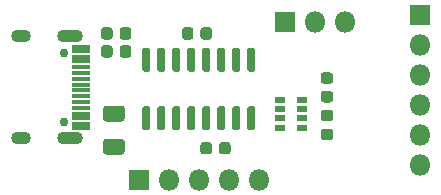
<source format=gbr>
%TF.GenerationSoftware,KiCad,Pcbnew,(5.1.6)-1*%
%TF.CreationDate,2020-06-26T00:22:11+04:00*%
%TF.ProjectId,ch340c-progarmmer,63683334-3063-42d7-9072-6f6761726d6d,rev?*%
%TF.SameCoordinates,Original*%
%TF.FileFunction,Soldermask,Top*%
%TF.FilePolarity,Negative*%
%FSLAX46Y46*%
G04 Gerber Fmt 4.6, Leading zero omitted, Abs format (unit mm)*
G04 Created by KiCad (PCBNEW (5.1.6)-1) date 2020-06-26 00:22:11*
%MOMM*%
%LPD*%
G01*
G04 APERTURE LIST*
%ADD10O,1.800000X1.800000*%
%ADD11R,1.800000X1.800000*%
%ADD12R,1.550000X0.700000*%
%ADD13R,1.550000X0.400000*%
%ADD14O,2.200000X1.100000*%
%ADD15C,0.750000*%
%ADD16O,1.700000X1.100000*%
%ADD17R,0.900000X0.600000*%
%ADD18R,0.900000X0.500000*%
G04 APERTURE END LIST*
D10*
%TO.C,J4*%
X191643000Y-54864000D03*
X189103000Y-54864000D03*
X186563000Y-54864000D03*
X184023000Y-54864000D03*
D11*
X181483000Y-54864000D03*
%TD*%
%TO.C,U1*%
G36*
G01*
X190769500Y-43680500D02*
X191119500Y-43680500D01*
G75*
G02*
X191294500Y-43855500I0J-175000D01*
G01*
X191294500Y-45555500D01*
G75*
G02*
X191119500Y-45730500I-175000J0D01*
G01*
X190769500Y-45730500D01*
G75*
G02*
X190594500Y-45555500I0J175000D01*
G01*
X190594500Y-43855500D01*
G75*
G02*
X190769500Y-43680500I175000J0D01*
G01*
G37*
G36*
G01*
X189499500Y-43680500D02*
X189849500Y-43680500D01*
G75*
G02*
X190024500Y-43855500I0J-175000D01*
G01*
X190024500Y-45555500D01*
G75*
G02*
X189849500Y-45730500I-175000J0D01*
G01*
X189499500Y-45730500D01*
G75*
G02*
X189324500Y-45555500I0J175000D01*
G01*
X189324500Y-43855500D01*
G75*
G02*
X189499500Y-43680500I175000J0D01*
G01*
G37*
G36*
G01*
X188229500Y-43680500D02*
X188579500Y-43680500D01*
G75*
G02*
X188754500Y-43855500I0J-175000D01*
G01*
X188754500Y-45555500D01*
G75*
G02*
X188579500Y-45730500I-175000J0D01*
G01*
X188229500Y-45730500D01*
G75*
G02*
X188054500Y-45555500I0J175000D01*
G01*
X188054500Y-43855500D01*
G75*
G02*
X188229500Y-43680500I175000J0D01*
G01*
G37*
G36*
G01*
X186959500Y-43680500D02*
X187309500Y-43680500D01*
G75*
G02*
X187484500Y-43855500I0J-175000D01*
G01*
X187484500Y-45555500D01*
G75*
G02*
X187309500Y-45730500I-175000J0D01*
G01*
X186959500Y-45730500D01*
G75*
G02*
X186784500Y-45555500I0J175000D01*
G01*
X186784500Y-43855500D01*
G75*
G02*
X186959500Y-43680500I175000J0D01*
G01*
G37*
G36*
G01*
X185689500Y-43680500D02*
X186039500Y-43680500D01*
G75*
G02*
X186214500Y-43855500I0J-175000D01*
G01*
X186214500Y-45555500D01*
G75*
G02*
X186039500Y-45730500I-175000J0D01*
G01*
X185689500Y-45730500D01*
G75*
G02*
X185514500Y-45555500I0J175000D01*
G01*
X185514500Y-43855500D01*
G75*
G02*
X185689500Y-43680500I175000J0D01*
G01*
G37*
G36*
G01*
X184419500Y-43680500D02*
X184769500Y-43680500D01*
G75*
G02*
X184944500Y-43855500I0J-175000D01*
G01*
X184944500Y-45555500D01*
G75*
G02*
X184769500Y-45730500I-175000J0D01*
G01*
X184419500Y-45730500D01*
G75*
G02*
X184244500Y-45555500I0J175000D01*
G01*
X184244500Y-43855500D01*
G75*
G02*
X184419500Y-43680500I175000J0D01*
G01*
G37*
G36*
G01*
X183149500Y-43680500D02*
X183499500Y-43680500D01*
G75*
G02*
X183674500Y-43855500I0J-175000D01*
G01*
X183674500Y-45555500D01*
G75*
G02*
X183499500Y-45730500I-175000J0D01*
G01*
X183149500Y-45730500D01*
G75*
G02*
X182974500Y-45555500I0J175000D01*
G01*
X182974500Y-43855500D01*
G75*
G02*
X183149500Y-43680500I175000J0D01*
G01*
G37*
G36*
G01*
X181879500Y-43680500D02*
X182229500Y-43680500D01*
G75*
G02*
X182404500Y-43855500I0J-175000D01*
G01*
X182404500Y-45555500D01*
G75*
G02*
X182229500Y-45730500I-175000J0D01*
G01*
X181879500Y-45730500D01*
G75*
G02*
X181704500Y-45555500I0J175000D01*
G01*
X181704500Y-43855500D01*
G75*
G02*
X181879500Y-43680500I175000J0D01*
G01*
G37*
G36*
G01*
X181879500Y-48630500D02*
X182229500Y-48630500D01*
G75*
G02*
X182404500Y-48805500I0J-175000D01*
G01*
X182404500Y-50505500D01*
G75*
G02*
X182229500Y-50680500I-175000J0D01*
G01*
X181879500Y-50680500D01*
G75*
G02*
X181704500Y-50505500I0J175000D01*
G01*
X181704500Y-48805500D01*
G75*
G02*
X181879500Y-48630500I175000J0D01*
G01*
G37*
G36*
G01*
X183149500Y-48630500D02*
X183499500Y-48630500D01*
G75*
G02*
X183674500Y-48805500I0J-175000D01*
G01*
X183674500Y-50505500D01*
G75*
G02*
X183499500Y-50680500I-175000J0D01*
G01*
X183149500Y-50680500D01*
G75*
G02*
X182974500Y-50505500I0J175000D01*
G01*
X182974500Y-48805500D01*
G75*
G02*
X183149500Y-48630500I175000J0D01*
G01*
G37*
G36*
G01*
X184419500Y-48630500D02*
X184769500Y-48630500D01*
G75*
G02*
X184944500Y-48805500I0J-175000D01*
G01*
X184944500Y-50505500D01*
G75*
G02*
X184769500Y-50680500I-175000J0D01*
G01*
X184419500Y-50680500D01*
G75*
G02*
X184244500Y-50505500I0J175000D01*
G01*
X184244500Y-48805500D01*
G75*
G02*
X184419500Y-48630500I175000J0D01*
G01*
G37*
G36*
G01*
X185689500Y-48630500D02*
X186039500Y-48630500D01*
G75*
G02*
X186214500Y-48805500I0J-175000D01*
G01*
X186214500Y-50505500D01*
G75*
G02*
X186039500Y-50680500I-175000J0D01*
G01*
X185689500Y-50680500D01*
G75*
G02*
X185514500Y-50505500I0J175000D01*
G01*
X185514500Y-48805500D01*
G75*
G02*
X185689500Y-48630500I175000J0D01*
G01*
G37*
G36*
G01*
X186959500Y-48630500D02*
X187309500Y-48630500D01*
G75*
G02*
X187484500Y-48805500I0J-175000D01*
G01*
X187484500Y-50505500D01*
G75*
G02*
X187309500Y-50680500I-175000J0D01*
G01*
X186959500Y-50680500D01*
G75*
G02*
X186784500Y-50505500I0J175000D01*
G01*
X186784500Y-48805500D01*
G75*
G02*
X186959500Y-48630500I175000J0D01*
G01*
G37*
G36*
G01*
X188229500Y-48630500D02*
X188579500Y-48630500D01*
G75*
G02*
X188754500Y-48805500I0J-175000D01*
G01*
X188754500Y-50505500D01*
G75*
G02*
X188579500Y-50680500I-175000J0D01*
G01*
X188229500Y-50680500D01*
G75*
G02*
X188054500Y-50505500I0J175000D01*
G01*
X188054500Y-48805500D01*
G75*
G02*
X188229500Y-48630500I175000J0D01*
G01*
G37*
G36*
G01*
X189499500Y-48630500D02*
X189849500Y-48630500D01*
G75*
G02*
X190024500Y-48805500I0J-175000D01*
G01*
X190024500Y-50505500D01*
G75*
G02*
X189849500Y-50680500I-175000J0D01*
G01*
X189499500Y-50680500D01*
G75*
G02*
X189324500Y-50505500I0J175000D01*
G01*
X189324500Y-48805500D01*
G75*
G02*
X189499500Y-48630500I175000J0D01*
G01*
G37*
G36*
G01*
X190769500Y-48630500D02*
X191119500Y-48630500D01*
G75*
G02*
X191294500Y-48805500I0J-175000D01*
G01*
X191294500Y-50505500D01*
G75*
G02*
X191119500Y-50680500I-175000J0D01*
G01*
X190769500Y-50680500D01*
G75*
G02*
X190594500Y-50505500I0J175000D01*
G01*
X190594500Y-48805500D01*
G75*
G02*
X190769500Y-48630500I175000J0D01*
G01*
G37*
%TD*%
D10*
%TO.C,J2*%
X198882000Y-41529000D03*
X196342000Y-41529000D03*
D11*
X193802000Y-41529000D03*
%TD*%
D10*
%TO.C,J3*%
X205232000Y-53657500D03*
X205232000Y-51117500D03*
X205232000Y-48577500D03*
X205232000Y-46037500D03*
X205232000Y-43497500D03*
D11*
X205232000Y-40957500D03*
%TD*%
D12*
%TO.C,J1*%
X176511000Y-50303500D03*
X176511000Y-49503500D03*
X176511000Y-44603500D03*
X176511000Y-43803500D03*
X176511000Y-43803500D03*
X176511000Y-44603500D03*
X176511000Y-49503500D03*
X176511000Y-50303500D03*
D13*
X176511000Y-45303500D03*
X176511000Y-45803500D03*
X176511000Y-46303500D03*
X176511000Y-47303500D03*
X176511000Y-47803500D03*
X176511000Y-48303500D03*
X176511000Y-48803500D03*
X176511000Y-46803500D03*
D14*
X175596000Y-51373500D03*
X175596000Y-42733500D03*
D15*
X175066000Y-44163500D03*
D16*
X171416000Y-42733500D03*
D15*
X175066000Y-49943500D03*
D16*
X171416000Y-51373500D03*
%TD*%
%TO.C,F1*%
G36*
G01*
X178669000Y-51398000D02*
X179979000Y-51398000D01*
G75*
G02*
X180249000Y-51668000I0J-270000D01*
G01*
X180249000Y-52478000D01*
G75*
G02*
X179979000Y-52748000I-270000J0D01*
G01*
X178669000Y-52748000D01*
G75*
G02*
X178399000Y-52478000I0J270000D01*
G01*
X178399000Y-51668000D01*
G75*
G02*
X178669000Y-51398000I270000J0D01*
G01*
G37*
G36*
G01*
X178669000Y-48598000D02*
X179979000Y-48598000D01*
G75*
G02*
X180249000Y-48868000I0J-270000D01*
G01*
X180249000Y-49678000D01*
G75*
G02*
X179979000Y-49948000I-270000J0D01*
G01*
X178669000Y-49948000D01*
G75*
G02*
X178399000Y-49678000I0J270000D01*
G01*
X178399000Y-48868000D01*
G75*
G02*
X178669000Y-48598000I270000J0D01*
G01*
G37*
%TD*%
%TO.C,D2*%
G36*
G01*
X197639250Y-48328500D02*
X197076750Y-48328500D01*
G75*
G02*
X196833000Y-48084750I0J243750D01*
G01*
X196833000Y-47597250D01*
G75*
G02*
X197076750Y-47353500I243750J0D01*
G01*
X197639250Y-47353500D01*
G75*
G02*
X197883000Y-47597250I0J-243750D01*
G01*
X197883000Y-48084750D01*
G75*
G02*
X197639250Y-48328500I-243750J0D01*
G01*
G37*
G36*
G01*
X197639250Y-46753500D02*
X197076750Y-46753500D01*
G75*
G02*
X196833000Y-46509750I0J243750D01*
G01*
X196833000Y-46022250D01*
G75*
G02*
X197076750Y-45778500I243750J0D01*
G01*
X197639250Y-45778500D01*
G75*
G02*
X197883000Y-46022250I0J-243750D01*
G01*
X197883000Y-46509750D01*
G75*
G02*
X197639250Y-46753500I-243750J0D01*
G01*
G37*
%TD*%
%TO.C,D1*%
G36*
G01*
X197076750Y-50528500D02*
X197639250Y-50528500D01*
G75*
G02*
X197883000Y-50772250I0J-243750D01*
G01*
X197883000Y-51259750D01*
G75*
G02*
X197639250Y-51503500I-243750J0D01*
G01*
X197076750Y-51503500D01*
G75*
G02*
X196833000Y-51259750I0J243750D01*
G01*
X196833000Y-50772250D01*
G75*
G02*
X197076750Y-50528500I243750J0D01*
G01*
G37*
G36*
G01*
X197076750Y-48953500D02*
X197639250Y-48953500D01*
G75*
G02*
X197883000Y-49197250I0J-243750D01*
G01*
X197883000Y-49684750D01*
G75*
G02*
X197639250Y-49928500I-243750J0D01*
G01*
X197076750Y-49928500D01*
G75*
G02*
X196833000Y-49684750I0J243750D01*
G01*
X196833000Y-49197250D01*
G75*
G02*
X197076750Y-48953500I243750J0D01*
G01*
G37*
%TD*%
%TO.C,C2*%
G36*
G01*
X178239500Y-42762750D02*
X178239500Y-42200250D01*
G75*
G02*
X178483250Y-41956500I243750J0D01*
G01*
X178970750Y-41956500D01*
G75*
G02*
X179214500Y-42200250I0J-243750D01*
G01*
X179214500Y-42762750D01*
G75*
G02*
X178970750Y-43006500I-243750J0D01*
G01*
X178483250Y-43006500D01*
G75*
G02*
X178239500Y-42762750I0J243750D01*
G01*
G37*
G36*
G01*
X179814500Y-42762750D02*
X179814500Y-42200250D01*
G75*
G02*
X180058250Y-41956500I243750J0D01*
G01*
X180545750Y-41956500D01*
G75*
G02*
X180789500Y-42200250I0J-243750D01*
G01*
X180789500Y-42762750D01*
G75*
G02*
X180545750Y-43006500I-243750J0D01*
G01*
X180058250Y-43006500D01*
G75*
G02*
X179814500Y-42762750I0J243750D01*
G01*
G37*
%TD*%
%TO.C,C1*%
G36*
G01*
X178239500Y-44286750D02*
X178239500Y-43724250D01*
G75*
G02*
X178483250Y-43480500I243750J0D01*
G01*
X178970750Y-43480500D01*
G75*
G02*
X179214500Y-43724250I0J-243750D01*
G01*
X179214500Y-44286750D01*
G75*
G02*
X178970750Y-44530500I-243750J0D01*
G01*
X178483250Y-44530500D01*
G75*
G02*
X178239500Y-44286750I0J243750D01*
G01*
G37*
G36*
G01*
X179814500Y-44286750D02*
X179814500Y-43724250D01*
G75*
G02*
X180058250Y-43480500I243750J0D01*
G01*
X180545750Y-43480500D01*
G75*
G02*
X180789500Y-43724250I0J-243750D01*
G01*
X180789500Y-44286750D01*
G75*
G02*
X180545750Y-44530500I-243750J0D01*
G01*
X180058250Y-44530500D01*
G75*
G02*
X179814500Y-44286750I0J243750D01*
G01*
G37*
%TD*%
%TO.C,C6*%
G36*
G01*
X185072000Y-42762750D02*
X185072000Y-42200250D01*
G75*
G02*
X185315750Y-41956500I243750J0D01*
G01*
X185803250Y-41956500D01*
G75*
G02*
X186047000Y-42200250I0J-243750D01*
G01*
X186047000Y-42762750D01*
G75*
G02*
X185803250Y-43006500I-243750J0D01*
G01*
X185315750Y-43006500D01*
G75*
G02*
X185072000Y-42762750I0J243750D01*
G01*
G37*
G36*
G01*
X186647000Y-42762750D02*
X186647000Y-42200250D01*
G75*
G02*
X186890750Y-41956500I243750J0D01*
G01*
X187378250Y-41956500D01*
G75*
G02*
X187622000Y-42200250I0J-243750D01*
G01*
X187622000Y-42762750D01*
G75*
G02*
X187378250Y-43006500I-243750J0D01*
G01*
X186890750Y-43006500D01*
G75*
G02*
X186647000Y-42762750I0J243750D01*
G01*
G37*
%TD*%
%TO.C,C5*%
G36*
G01*
X189197000Y-51915750D02*
X189197000Y-52478250D01*
G75*
G02*
X188953250Y-52722000I-243750J0D01*
G01*
X188465750Y-52722000D01*
G75*
G02*
X188222000Y-52478250I0J243750D01*
G01*
X188222000Y-51915750D01*
G75*
G02*
X188465750Y-51672000I243750J0D01*
G01*
X188953250Y-51672000D01*
G75*
G02*
X189197000Y-51915750I0J-243750D01*
G01*
G37*
G36*
G01*
X187622000Y-51915750D02*
X187622000Y-52478250D01*
G75*
G02*
X187378250Y-52722000I-243750J0D01*
G01*
X186890750Y-52722000D01*
G75*
G02*
X186647000Y-52478250I0J243750D01*
G01*
X186647000Y-51915750D01*
G75*
G02*
X186890750Y-51672000I243750J0D01*
G01*
X187378250Y-51672000D01*
G75*
G02*
X187622000Y-51915750I0J-243750D01*
G01*
G37*
%TD*%
D17*
%TO.C,RN1*%
X195210000Y-50476000D03*
D18*
X195210000Y-49676000D03*
D17*
X195210000Y-48076000D03*
D18*
X195210000Y-48876000D03*
D17*
X193410000Y-50476000D03*
D18*
X193410000Y-48876000D03*
X193410000Y-49676000D03*
D17*
X193410000Y-48076000D03*
%TD*%
M02*

</source>
